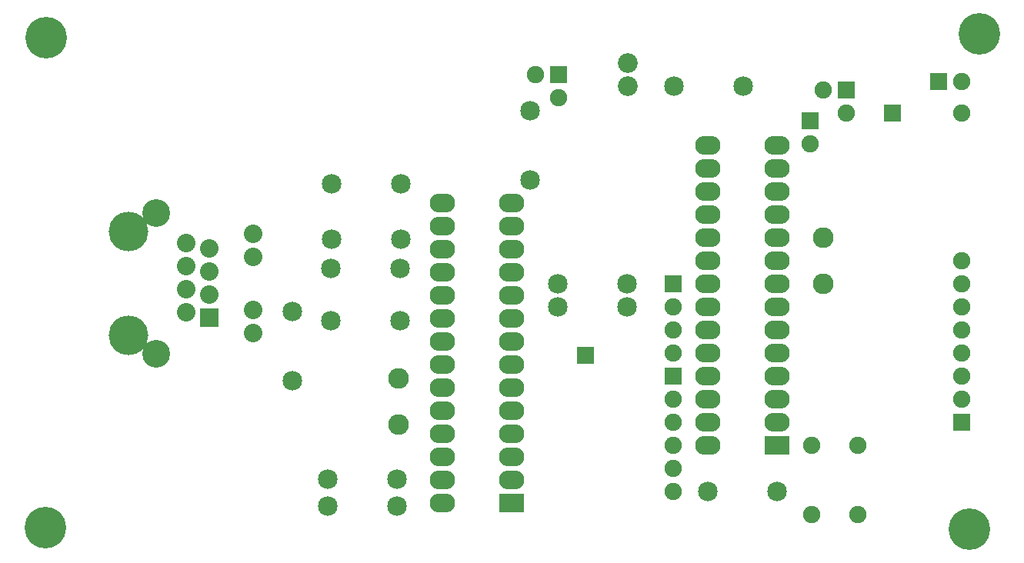
<source format=gts>
G04 (created by PCBNEW-RS274X (2012-01-19 BZR 3256)-stable) date 4/16/2012 4:42:44 PM*
G01*
G70*
G90*
%MOIN*%
G04 Gerber Fmt 3.4, Leading zero omitted, Abs format*
%FSLAX34Y34*%
G04 APERTURE LIST*
%ADD10C,0.006000*%
%ADD11C,0.075000*%
%ADD12R,0.075000X0.075000*%
%ADD13C,0.085000*%
%ADD14C,0.086000*%
%ADD15C,0.090000*%
%ADD16O,0.110000X0.082000*%
%ADD17R,0.110000X0.082000*%
%ADD18C,0.171600*%
%ADD19C,0.080000*%
%ADD20C,0.120000*%
%ADD21R,0.080000X0.080000*%
%ADD22C,0.180000*%
G04 APERTURE END LIST*
G54D10*
G54D11*
X45200Y-67300D03*
X43200Y-67300D03*
X45200Y-64300D03*
X43200Y-64300D03*
G54D12*
X49700Y-63300D03*
G54D11*
X49700Y-62300D03*
X49700Y-61300D03*
X49700Y-60300D03*
X49700Y-59300D03*
X49700Y-58300D03*
X49700Y-57300D03*
X49700Y-56300D03*
G54D12*
X37200Y-61300D03*
G54D11*
X37200Y-62300D03*
X37200Y-63300D03*
X37200Y-64300D03*
X37200Y-65300D03*
X37200Y-66300D03*
G54D12*
X37200Y-57300D03*
G54D11*
X37200Y-58300D03*
X37200Y-59300D03*
X37200Y-60300D03*
G54D12*
X48700Y-48525D03*
G54D11*
X49700Y-48525D03*
G54D13*
X20700Y-58500D03*
X20700Y-61500D03*
X31000Y-52800D03*
X31000Y-49800D03*
X22250Y-65775D03*
X25250Y-65775D03*
X22250Y-66925D03*
X25250Y-66925D03*
X25400Y-52975D03*
X22400Y-52975D03*
X22425Y-55375D03*
X25425Y-55375D03*
X22375Y-56650D03*
X25375Y-56650D03*
X25375Y-58900D03*
X22375Y-58900D03*
X40250Y-48750D03*
X37250Y-48750D03*
X35200Y-57300D03*
X32200Y-57300D03*
X35200Y-58300D03*
X32200Y-58300D03*
X38700Y-66300D03*
X41700Y-66300D03*
G54D11*
X44725Y-49900D03*
G54D12*
X44725Y-48900D03*
G54D11*
X43725Y-48900D03*
X32250Y-49250D03*
G54D12*
X32250Y-48250D03*
G54D11*
X31250Y-48250D03*
G54D14*
X35250Y-48750D03*
X35250Y-47750D03*
G54D15*
X43700Y-57300D03*
X43700Y-55300D03*
X25300Y-63400D03*
X25300Y-61400D03*
G54D12*
X46725Y-49900D03*
G54D11*
X49725Y-49900D03*
G54D16*
X41700Y-63300D03*
X41700Y-62300D03*
X41700Y-61300D03*
X41700Y-60300D03*
X41700Y-59300D03*
X41700Y-58300D03*
X41700Y-57300D03*
X41700Y-56300D03*
X41700Y-55300D03*
X41700Y-54300D03*
X41700Y-53300D03*
X41700Y-52300D03*
X41700Y-51300D03*
G54D17*
X41700Y-64300D03*
G54D16*
X38700Y-51300D03*
X38700Y-52300D03*
X38700Y-53300D03*
X38700Y-54300D03*
X38700Y-55300D03*
X38700Y-56300D03*
X38700Y-57300D03*
X38700Y-58300D03*
X38700Y-59300D03*
X38700Y-60300D03*
X38700Y-61300D03*
X38700Y-62300D03*
X38700Y-63300D03*
X38700Y-64300D03*
X30200Y-65800D03*
X30200Y-64800D03*
X30200Y-63800D03*
X30200Y-62800D03*
X30200Y-61800D03*
X30200Y-60800D03*
X30200Y-59800D03*
X30200Y-58800D03*
X30200Y-57800D03*
X30200Y-56800D03*
X30200Y-55800D03*
X30200Y-54800D03*
X30200Y-53800D03*
G54D17*
X30200Y-66800D03*
G54D16*
X27200Y-53800D03*
X27200Y-54800D03*
X27200Y-55800D03*
X27200Y-56800D03*
X27200Y-57800D03*
X27200Y-58800D03*
X27200Y-59800D03*
X27200Y-60800D03*
X27200Y-61800D03*
X27200Y-62800D03*
X27200Y-63800D03*
X27200Y-64800D03*
X27200Y-65800D03*
X27200Y-66800D03*
G54D12*
X33400Y-60400D03*
G54D18*
X13600Y-59525D03*
X13600Y-55025D03*
G54D19*
X16100Y-55525D03*
X17100Y-55775D03*
X16100Y-56525D03*
X17100Y-56775D03*
X16100Y-57525D03*
X17100Y-57775D03*
X16100Y-58525D03*
G54D20*
X14800Y-60325D03*
X14800Y-54225D03*
G54D19*
X19000Y-56125D03*
X19000Y-58425D03*
X19000Y-55125D03*
X19000Y-59425D03*
G54D21*
X17100Y-58775D03*
G54D12*
X43150Y-50250D03*
G54D11*
X43150Y-51250D03*
G54D22*
X10000Y-67875D03*
X50050Y-67925D03*
X50475Y-46475D03*
X10050Y-46625D03*
M02*

</source>
